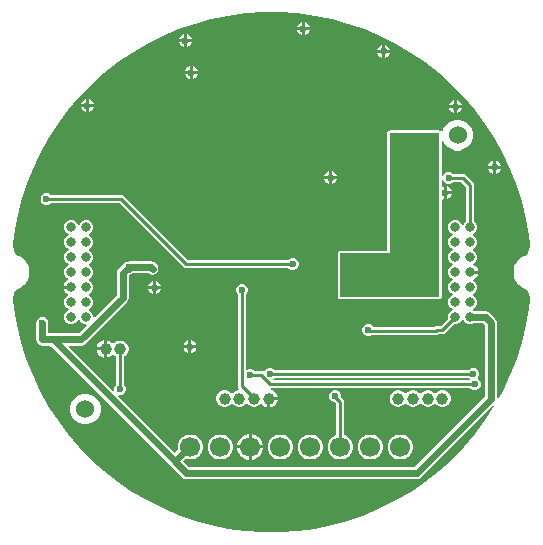
<source format=gbl>
G04*
G04 #@! TF.GenerationSoftware,Altium Limited,Altium Designer,24.5.2 (23)*
G04*
G04 Layer_Physical_Order=2*
G04 Layer_Color=16711680*
%FSLAX25Y25*%
%MOIN*%
G70*
G04*
G04 #@! TF.SameCoordinates,7B9D950A-14CE-42BF-A02F-5B63482B5899*
G04*
G04*
G04 #@! TF.FilePolarity,Positive*
G04*
G01*
G75*
%ADD11C,0.02362*%
%ADD14C,0.01000*%
%ADD40C,0.03937*%
%ADD46C,0.06000*%
%ADD47C,0.03150*%
%ADD48C,0.06693*%
%ADD49C,0.02362*%
G36*
X-116341Y-39753D02*
X-110625Y-40519D01*
X-104973Y-41662D01*
X-99410Y-43180D01*
X-93960Y-45063D01*
X-88647Y-47305D01*
X-83495Y-49895D01*
X-78527Y-52823D01*
X-73764Y-56074D01*
X-69228Y-59634D01*
X-64939Y-63489D01*
X-60916Y-67620D01*
X-57176Y-72009D01*
X-53737Y-76638D01*
X-50613Y-81485D01*
X-47818Y-86529D01*
X-45365Y-91747D01*
X-43264Y-97118D01*
X-41526Y-102616D01*
X-40156Y-108217D01*
X-39162Y-113898D01*
X-38856Y-116764D01*
X-38791Y-117363D01*
X-39027Y-118543D01*
X-39603Y-119599D01*
X-40470Y-120434D01*
X-41008Y-120704D01*
X-41482Y-120970D01*
X-42349Y-121627D01*
X-43081Y-122432D01*
X-43652Y-123357D01*
X-44044Y-124371D01*
X-44244Y-125441D01*
Y-126528D01*
X-44044Y-127597D01*
X-43652Y-128612D01*
X-43081Y-129537D01*
X-42349Y-130342D01*
X-41482Y-130999D01*
X-41008Y-131265D01*
X-40470Y-131534D01*
X-39603Y-132370D01*
X-39027Y-133426D01*
X-38791Y-134606D01*
X-38856Y-135204D01*
X-39162Y-138071D01*
X-40156Y-143751D01*
X-41526Y-149353D01*
X-43264Y-154851D01*
X-45365Y-160221D01*
X-47818Y-165440D01*
X-49242Y-168010D01*
X-49742Y-167881D01*
Y-142913D01*
X-49895Y-142145D01*
X-50330Y-141494D01*
X-52161Y-139664D01*
X-52812Y-139228D01*
X-53580Y-139076D01*
X-57266D01*
X-57360Y-138982D01*
X-57908Y-138755D01*
Y-138214D01*
X-57360Y-137987D01*
X-56695Y-137322D01*
X-56336Y-136454D01*
Y-135514D01*
X-56695Y-134646D01*
X-57360Y-133982D01*
X-57908Y-133755D01*
Y-133214D01*
X-57360Y-132987D01*
X-56695Y-132322D01*
X-56336Y-131454D01*
Y-130514D01*
X-56695Y-129646D01*
X-57360Y-128982D01*
X-57613Y-128877D01*
X-57658Y-128637D01*
X-57618Y-128334D01*
X-57117Y-128045D01*
X-56638Y-127565D01*
X-56299Y-126978D01*
X-56166Y-126484D01*
X-58698D01*
Y-125484D01*
X-56166D01*
X-56299Y-124990D01*
X-56638Y-124403D01*
X-57117Y-123924D01*
X-57618Y-123635D01*
X-57658Y-123332D01*
X-57613Y-123092D01*
X-57360Y-122987D01*
X-56695Y-122322D01*
X-56336Y-121454D01*
Y-120514D01*
X-56695Y-119646D01*
X-57360Y-118982D01*
X-57908Y-118755D01*
Y-118214D01*
X-57360Y-117987D01*
X-56695Y-117322D01*
X-56336Y-116454D01*
Y-115514D01*
X-56695Y-114646D01*
X-57360Y-113982D01*
X-57908Y-113755D01*
Y-113214D01*
X-57360Y-112987D01*
X-56695Y-112322D01*
X-56336Y-111454D01*
Y-110514D01*
X-56695Y-109646D01*
X-57360Y-108982D01*
X-57385Y-108971D01*
Y-96988D01*
X-57485Y-96486D01*
X-57770Y-96060D01*
X-60270Y-93560D01*
X-60696Y-93275D01*
X-61198Y-93176D01*
X-64451D01*
X-64807Y-92819D01*
X-65531Y-92520D01*
X-66314D01*
X-67038Y-92819D01*
X-67591Y-93373D01*
X-67769Y-93803D01*
X-68269Y-93703D01*
Y-82243D01*
X-67769Y-82177D01*
X-67739Y-82290D01*
X-67065Y-83457D01*
X-66112Y-84410D01*
X-64945Y-85084D01*
X-63643Y-85433D01*
X-62296D01*
X-60994Y-85084D01*
X-59827Y-84410D01*
X-58874Y-83457D01*
X-58200Y-82290D01*
X-57851Y-80989D01*
Y-79641D01*
X-58200Y-78339D01*
X-58874Y-77172D01*
X-59827Y-76219D01*
X-60994Y-75545D01*
X-62296Y-75197D01*
X-63643D01*
X-64945Y-75545D01*
X-66112Y-76219D01*
X-67065Y-77172D01*
X-67739Y-78339D01*
X-67909Y-78973D01*
X-68446Y-79047D01*
X-68504Y-78960D01*
X-68765Y-78786D01*
X-69072Y-78725D01*
X-85608Y-78725D01*
X-85915Y-78786D01*
X-86175Y-78960D01*
X-86349Y-79220D01*
X-86410Y-79528D01*
Y-100000D01*
Y-118882D01*
X-102143D01*
X-102450Y-118943D01*
X-102711Y-119117D01*
X-102885Y-119378D01*
X-102946Y-119685D01*
Y-134252D01*
X-102885Y-134559D01*
X-102711Y-134820D01*
X-102450Y-134994D01*
X-102143Y-135055D01*
X-69072D01*
X-68765Y-134994D01*
X-68504Y-134820D01*
X-68330Y-134559D01*
X-68269Y-134252D01*
Y-101836D01*
X-67853Y-101558D01*
X-67604Y-101662D01*
Y-99508D01*
Y-97354D01*
X-67853Y-97458D01*
X-68269Y-97180D01*
Y-95273D01*
X-67769Y-95174D01*
X-67591Y-95603D01*
X-67038Y-96157D01*
X-66314Y-96457D01*
X-65531D01*
X-64807Y-96157D01*
X-64451Y-95801D01*
X-61742D01*
X-60011Y-97532D01*
Y-108971D01*
X-60036Y-108982D01*
X-60701Y-109646D01*
X-60927Y-110194D01*
X-61469D01*
X-61695Y-109646D01*
X-62360Y-108982D01*
X-63228Y-108622D01*
X-64168D01*
X-65036Y-108982D01*
X-65701Y-109646D01*
X-66060Y-110514D01*
Y-111454D01*
X-65701Y-112322D01*
X-65036Y-112987D01*
X-64489Y-113214D01*
Y-113755D01*
X-65036Y-113982D01*
X-65701Y-114646D01*
X-66060Y-115514D01*
Y-116454D01*
X-65701Y-117322D01*
X-65036Y-117987D01*
X-64489Y-118214D01*
Y-118755D01*
X-65036Y-118982D01*
X-65701Y-119646D01*
X-66060Y-120514D01*
Y-121454D01*
X-65701Y-122322D01*
X-65036Y-122987D01*
X-64489Y-123214D01*
Y-123755D01*
X-65036Y-123982D01*
X-65701Y-124646D01*
X-66060Y-125514D01*
Y-126454D01*
X-65701Y-127322D01*
X-65036Y-127987D01*
X-64489Y-128214D01*
Y-128755D01*
X-65036Y-128982D01*
X-65701Y-129646D01*
X-66060Y-130514D01*
Y-131454D01*
X-65701Y-132322D01*
X-65036Y-132987D01*
X-64489Y-133214D01*
Y-133755D01*
X-65036Y-133982D01*
X-65701Y-134646D01*
X-66060Y-135514D01*
Y-136454D01*
X-65701Y-137322D01*
X-65036Y-137987D01*
X-64489Y-138214D01*
Y-138755D01*
X-65036Y-138982D01*
X-65701Y-139646D01*
X-66060Y-140514D01*
Y-141454D01*
X-66050Y-141480D01*
X-68533Y-143963D01*
X-69859D01*
X-70362Y-144063D01*
X-70788Y-144348D01*
X-70797Y-144357D01*
X-90944D01*
X-91025Y-144160D01*
X-91579Y-143607D01*
X-92303Y-143307D01*
X-93086D01*
X-93809Y-143607D01*
X-94363Y-144160D01*
X-94663Y-144884D01*
Y-145667D01*
X-94363Y-146391D01*
X-93809Y-146944D01*
X-93086Y-147244D01*
X-92303D01*
X-91591Y-146949D01*
X-91427Y-146982D01*
X-70253D01*
X-69751Y-146882D01*
X-69325Y-146598D01*
X-69316Y-146588D01*
X-67989D01*
X-67487Y-146488D01*
X-67061Y-146204D01*
X-64193Y-143336D01*
X-64168Y-143347D01*
X-63228D01*
X-62360Y-142987D01*
X-61695Y-142322D01*
X-61469Y-141775D01*
X-60927D01*
X-60701Y-142322D01*
X-60036Y-142987D01*
X-59168Y-143347D01*
X-58228D01*
X-57608Y-143090D01*
X-54411D01*
X-53756Y-143745D01*
Y-167279D01*
X-77384Y-190906D01*
X-152493D01*
X-154423Y-188976D01*
X-153582Y-188136D01*
X-152648Y-188386D01*
X-151559D01*
X-150508Y-188104D01*
X-149565Y-187560D01*
X-148796Y-186790D01*
X-148251Y-185848D01*
X-147970Y-184796D01*
Y-183708D01*
X-148251Y-182656D01*
X-148796Y-181714D01*
X-149565Y-180944D01*
X-150508Y-180400D01*
X-151559Y-180118D01*
X-152648D01*
X-153699Y-180400D01*
X-154642Y-180944D01*
X-155412Y-181714D01*
X-155956Y-182656D01*
X-156237Y-183708D01*
Y-184796D01*
X-156170Y-185047D01*
X-157261Y-186138D01*
X-176046Y-167353D01*
X-175763Y-166929D01*
X-174980D01*
X-174256Y-166630D01*
X-173703Y-166076D01*
X-173403Y-165352D01*
Y-164569D01*
X-173703Y-163846D01*
X-174059Y-163489D01*
Y-153999D01*
X-173679Y-153780D01*
X-173166Y-153267D01*
X-172803Y-152639D01*
X-172615Y-151938D01*
Y-151212D01*
X-172803Y-150511D01*
X-173166Y-149883D01*
X-173679Y-149370D01*
X-174308Y-149007D01*
X-175008Y-148819D01*
X-175734D01*
X-176435Y-149007D01*
X-177064Y-149370D01*
X-177379Y-149685D01*
X-177843Y-149743D01*
X-178019Y-149650D01*
X-178470Y-149199D01*
X-179147Y-148809D01*
X-179793Y-148636D01*
Y-151575D01*
Y-154514D01*
X-179147Y-154341D01*
X-178470Y-153950D01*
X-178019Y-153500D01*
X-177843Y-153407D01*
X-177379Y-153465D01*
X-177064Y-153780D01*
X-176684Y-153999D01*
Y-163489D01*
X-177040Y-163846D01*
X-177340Y-164569D01*
Y-165352D01*
X-177764Y-165635D01*
X-192505Y-150894D01*
X-192314Y-150432D01*
X-188363D01*
X-187595Y-150279D01*
X-186944Y-149844D01*
X-173165Y-136065D01*
X-172730Y-135414D01*
X-172577Y-134646D01*
Y-127209D01*
X-172069Y-126702D01*
X-171847Y-126657D01*
X-171487Y-126417D01*
X-165806D01*
X-165750Y-126472D01*
X-165568Y-126548D01*
X-165403Y-126657D01*
X-165209Y-126696D01*
X-165027Y-126772D01*
X-164829D01*
X-164635Y-126810D01*
X-164441Y-126772D01*
X-164244D01*
X-164061Y-126696D01*
X-163867Y-126657D01*
X-163703Y-126548D01*
X-163520Y-126472D01*
X-163380Y-126332D01*
X-163216Y-126222D01*
X-163106Y-126058D01*
X-162966Y-125918D01*
X-162891Y-125736D01*
X-162781Y-125571D01*
X-162742Y-125377D01*
X-162667Y-125195D01*
Y-124997D01*
X-162628Y-124803D01*
X-162667Y-124609D01*
Y-124412D01*
X-162742Y-124229D01*
X-162781Y-124035D01*
X-162891Y-123871D01*
X-162966Y-123688D01*
X-163106Y-123548D01*
X-163216Y-123384D01*
X-163610Y-122990D01*
X-164261Y-122555D01*
X-165029Y-122402D01*
X-172615D01*
X-172809Y-122441D01*
X-173007D01*
X-173190Y-122517D01*
X-173383Y-122555D01*
X-173548Y-122665D01*
X-173731Y-122741D01*
X-173870Y-122880D01*
X-174035Y-122990D01*
X-174144Y-123155D01*
X-174264Y-123274D01*
X-174428Y-123384D01*
X-176003Y-124959D01*
X-176438Y-125610D01*
X-176591Y-126378D01*
Y-133814D01*
X-183867Y-141091D01*
X-184367Y-140884D01*
Y-140514D01*
X-184727Y-139646D01*
X-185391Y-138982D01*
X-185939Y-138755D01*
Y-138214D01*
X-185391Y-137987D01*
X-184727Y-137322D01*
X-184367Y-136454D01*
Y-135514D01*
X-184727Y-134646D01*
X-185391Y-133982D01*
X-185939Y-133755D01*
Y-133214D01*
X-185391Y-132987D01*
X-184727Y-132322D01*
X-184367Y-131454D01*
Y-130514D01*
X-184727Y-129646D01*
X-185391Y-128982D01*
X-185939Y-128755D01*
Y-128214D01*
X-185391Y-127987D01*
X-184727Y-127322D01*
X-184367Y-126454D01*
Y-125514D01*
X-184727Y-124646D01*
X-185391Y-123982D01*
X-185939Y-123755D01*
Y-123214D01*
X-185391Y-122987D01*
X-184727Y-122322D01*
X-184367Y-121454D01*
Y-120514D01*
X-184727Y-119646D01*
X-185391Y-118982D01*
X-185939Y-118755D01*
Y-118214D01*
X-185391Y-117987D01*
X-184727Y-117322D01*
X-184367Y-116454D01*
Y-115514D01*
X-184727Y-114646D01*
X-185391Y-113982D01*
X-185939Y-113755D01*
Y-113214D01*
X-185391Y-112987D01*
X-184727Y-112322D01*
X-184367Y-111454D01*
Y-110514D01*
X-184727Y-109646D01*
X-185391Y-108982D01*
X-186260Y-108622D01*
X-187199D01*
X-188068Y-108982D01*
X-188732Y-109646D01*
X-188959Y-110194D01*
X-189500D01*
X-189727Y-109646D01*
X-190392Y-108982D01*
X-191260Y-108622D01*
X-192200D01*
X-193068Y-108982D01*
X-193732Y-109646D01*
X-194092Y-110514D01*
Y-111454D01*
X-193732Y-112322D01*
X-193068Y-112987D01*
X-192520Y-113214D01*
Y-113755D01*
X-193068Y-113982D01*
X-193732Y-114646D01*
X-194092Y-115514D01*
Y-116454D01*
X-193732Y-117322D01*
X-193068Y-117987D01*
X-192520Y-118214D01*
Y-118755D01*
X-193068Y-118982D01*
X-193732Y-119646D01*
X-194092Y-120514D01*
Y-121454D01*
X-193732Y-122322D01*
X-193068Y-122987D01*
X-192520Y-123214D01*
Y-123755D01*
X-193068Y-123982D01*
X-193732Y-124646D01*
X-194092Y-125514D01*
Y-126454D01*
X-193732Y-127322D01*
X-193068Y-127987D01*
X-192815Y-128092D01*
X-192770Y-128332D01*
X-192810Y-128635D01*
X-193311Y-128924D01*
X-193790Y-129403D01*
X-194129Y-129990D01*
X-194261Y-130484D01*
X-191730D01*
Y-131484D01*
X-194261D01*
X-194129Y-131978D01*
X-193790Y-132565D01*
X-193311Y-133045D01*
X-192810Y-133334D01*
X-192770Y-133636D01*
X-192815Y-133877D01*
X-193068Y-133982D01*
X-193732Y-134646D01*
X-194092Y-135514D01*
Y-136454D01*
X-193732Y-137322D01*
X-193068Y-137987D01*
X-192520Y-138214D01*
Y-138755D01*
X-193068Y-138982D01*
X-193732Y-139646D01*
X-194092Y-140514D01*
Y-141454D01*
X-193732Y-142322D01*
X-193068Y-142987D01*
X-192200Y-143347D01*
X-191260D01*
X-190392Y-142987D01*
X-189727Y-142322D01*
X-189500Y-141775D01*
X-188959D01*
X-188732Y-142322D01*
X-188068Y-142987D01*
X-187199Y-143347D01*
X-186830D01*
X-186623Y-143846D01*
X-189195Y-146418D01*
X-199348D01*
Y-142913D01*
X-199387Y-142719D01*
Y-142522D01*
X-199463Y-142339D01*
X-199501Y-142145D01*
X-199611Y-141981D01*
X-199687Y-141798D01*
X-199827Y-141658D01*
X-199936Y-141494D01*
X-200101Y-141384D01*
X-200240Y-141245D01*
X-200423Y-141169D01*
X-200588Y-141059D01*
X-200781Y-141021D01*
X-200964Y-140945D01*
X-201162D01*
X-201356Y-140906D01*
X-201550Y-140945D01*
X-201747D01*
X-201930Y-141021D01*
X-202124Y-141059D01*
X-202288Y-141169D01*
X-202471Y-141245D01*
X-202610Y-141384D01*
X-202775Y-141494D01*
X-202885Y-141658D01*
X-203024Y-141798D01*
X-203100Y-141981D01*
X-203210Y-142145D01*
X-203248Y-142339D01*
X-203324Y-142522D01*
Y-142719D01*
X-203363Y-142913D01*
Y-148425D01*
X-203210Y-149193D01*
X-202775Y-149844D01*
X-202124Y-150279D01*
X-201356Y-150432D01*
X-198644D01*
X-158680Y-190396D01*
X-154743Y-194333D01*
X-154092Y-194768D01*
X-153324Y-194921D01*
X-76552D01*
X-75784Y-194768D01*
X-75133Y-194333D01*
X-51069Y-170268D01*
X-50677Y-170584D01*
X-53737Y-175331D01*
X-57176Y-179959D01*
X-60916Y-184349D01*
X-64939Y-188480D01*
X-69228Y-192334D01*
X-73764Y-195895D01*
X-78527Y-199146D01*
X-83495Y-202073D01*
X-88647Y-204663D01*
X-93960Y-206905D01*
X-99410Y-208789D01*
X-104973Y-210306D01*
X-110625Y-211450D01*
X-116341Y-212215D01*
X-122094Y-212598D01*
X-127861Y-212598D01*
X-133615Y-212215D01*
X-139330Y-211450D01*
X-144982Y-210306D01*
X-150545Y-208789D01*
X-155996Y-206905D01*
X-161308Y-204663D01*
X-166460Y-202073D01*
X-171429Y-199146D01*
X-176191Y-195895D01*
X-180727Y-192334D01*
X-185016Y-188480D01*
X-189039Y-184349D01*
X-192779Y-179959D01*
X-196218Y-175331D01*
X-199342Y-170484D01*
X-202137Y-165440D01*
X-204590Y-160221D01*
X-206691Y-154851D01*
X-208430Y-149353D01*
X-209799Y-143751D01*
X-210793Y-138071D01*
X-211100Y-135204D01*
X-211164Y-134606D01*
X-210929Y-133426D01*
X-210352Y-132370D01*
X-209486Y-131534D01*
X-208948Y-131265D01*
X-208473Y-130999D01*
X-207606Y-130342D01*
X-206874Y-129537D01*
X-206303Y-128612D01*
X-205911Y-127597D01*
X-205711Y-126528D01*
Y-125441D01*
X-205911Y-124371D01*
X-206303Y-123357D01*
X-206874Y-122432D01*
X-207606Y-121627D01*
X-208473Y-120970D01*
X-208948Y-120704D01*
X-209486Y-120434D01*
X-210352Y-119599D01*
X-210929Y-118543D01*
X-211164Y-117363D01*
X-211100Y-116764D01*
X-210793Y-113898D01*
X-209799Y-108217D01*
X-208430Y-102616D01*
X-206691Y-97118D01*
X-204590Y-91747D01*
X-202137Y-86529D01*
X-199342Y-81485D01*
X-196218Y-76638D01*
X-192779Y-72009D01*
X-189039Y-67620D01*
X-185016Y-63489D01*
X-180727Y-59634D01*
X-176191Y-56074D01*
X-171429Y-52823D01*
X-166460Y-49895D01*
X-161308Y-47305D01*
X-155996Y-45063D01*
X-150545Y-43180D01*
X-144982Y-41662D01*
X-139330Y-40519D01*
X-133615Y-39753D01*
X-127861Y-39370D01*
X-122094D01*
X-116341Y-39753D01*
D02*
G37*
G36*
X-69072Y-134252D02*
X-102143D01*
Y-119685D01*
X-85608D01*
Y-100000D01*
Y-79528D01*
X-69072Y-79528D01*
Y-134252D01*
D02*
G37*
%LPC*%
G36*
X-113848Y-42728D02*
Y-44382D01*
X-112194D01*
X-112499Y-43646D01*
X-113112Y-43033D01*
X-113848Y-42728D01*
D02*
G37*
G36*
X-114848D02*
X-115583Y-43033D01*
X-116197Y-43646D01*
X-116501Y-44382D01*
X-114848D01*
Y-42728D01*
D02*
G37*
G36*
X-112194Y-45382D02*
X-113848D01*
Y-47036D01*
X-113112Y-46731D01*
X-112499Y-46117D01*
X-112194Y-45382D01*
D02*
G37*
G36*
X-114848D02*
X-116501D01*
X-116197Y-46117D01*
X-115583Y-46731D01*
X-114848Y-47036D01*
Y-45382D01*
D02*
G37*
G36*
X-153218Y-46665D02*
Y-48319D01*
X-151564D01*
X-151869Y-47583D01*
X-152482Y-46970D01*
X-153218Y-46665D01*
D02*
G37*
G36*
X-154218D02*
X-154953Y-46970D01*
X-155567Y-47583D01*
X-155871Y-48319D01*
X-154218D01*
Y-46665D01*
D02*
G37*
G36*
X-151564Y-49319D02*
X-153218D01*
Y-50973D01*
X-152482Y-50668D01*
X-151869Y-50054D01*
X-151564Y-49319D01*
D02*
G37*
G36*
X-154218D02*
X-155871D01*
X-155567Y-50054D01*
X-154953Y-50668D01*
X-154218Y-50973D01*
Y-49319D01*
D02*
G37*
G36*
X-87076Y-50208D02*
Y-51862D01*
X-85422D01*
X-85727Y-51127D01*
X-86341Y-50513D01*
X-87076Y-50208D01*
D02*
G37*
G36*
X-88076D02*
X-88811Y-50513D01*
X-89425Y-51127D01*
X-89730Y-51862D01*
X-88076D01*
Y-50208D01*
D02*
G37*
G36*
X-85422Y-52862D02*
X-87076D01*
Y-54516D01*
X-86341Y-54211D01*
X-85727Y-53598D01*
X-85422Y-52862D01*
D02*
G37*
G36*
X-88076D02*
X-89730D01*
X-89425Y-53598D01*
X-88811Y-54211D01*
X-88076Y-54516D01*
Y-52862D01*
D02*
G37*
G36*
X-151249Y-57295D02*
Y-58949D01*
X-149596D01*
X-149900Y-58213D01*
X-150514Y-57600D01*
X-151249Y-57295D01*
D02*
G37*
G36*
X-152249D02*
X-152985Y-57600D01*
X-153598Y-58213D01*
X-153903Y-58949D01*
X-152249D01*
Y-57295D01*
D02*
G37*
G36*
X-149596Y-59949D02*
X-151249D01*
Y-61602D01*
X-150514Y-61298D01*
X-149900Y-60684D01*
X-149596Y-59949D01*
D02*
G37*
G36*
X-152249D02*
X-153903D01*
X-153598Y-60684D01*
X-152985Y-61298D01*
X-152249Y-61602D01*
Y-59949D01*
D02*
G37*
G36*
X-185895Y-68319D02*
Y-69972D01*
X-184241D01*
X-184546Y-69237D01*
X-185160Y-68623D01*
X-185895Y-68319D01*
D02*
G37*
G36*
X-186895D02*
X-187630Y-68623D01*
X-188244Y-69237D01*
X-188549Y-69972D01*
X-186895D01*
Y-68319D01*
D02*
G37*
G36*
X-63060Y-68713D02*
Y-70366D01*
X-61407D01*
X-61711Y-69631D01*
X-62325Y-69017D01*
X-63060Y-68713D01*
D02*
G37*
G36*
X-64060D02*
X-64796Y-69017D01*
X-65409Y-69631D01*
X-65714Y-70366D01*
X-64060D01*
Y-68713D01*
D02*
G37*
G36*
X-184241Y-70973D02*
X-185895D01*
Y-72626D01*
X-185160Y-72321D01*
X-184546Y-71708D01*
X-184241Y-70973D01*
D02*
G37*
G36*
X-186895D02*
X-188549D01*
X-188244Y-71708D01*
X-187630Y-72321D01*
X-186895Y-72626D01*
Y-70973D01*
D02*
G37*
G36*
X-61407Y-71366D02*
X-63060D01*
Y-73020D01*
X-62325Y-72715D01*
X-61711Y-72102D01*
X-61407Y-71366D01*
D02*
G37*
G36*
X-64060D02*
X-65714D01*
X-65409Y-72102D01*
X-64796Y-72715D01*
X-64060Y-73020D01*
Y-71366D01*
D02*
G37*
G36*
X-50068Y-88791D02*
Y-90445D01*
X-48414D01*
X-48719Y-89709D01*
X-49333Y-89096D01*
X-50068Y-88791D01*
D02*
G37*
G36*
X-51068D02*
X-51804Y-89096D01*
X-52417Y-89709D01*
X-52722Y-90445D01*
X-51068D01*
Y-88791D01*
D02*
G37*
G36*
X-48414Y-91445D02*
X-50068D01*
Y-93099D01*
X-49333Y-92794D01*
X-48719Y-92180D01*
X-48414Y-91445D01*
D02*
G37*
G36*
X-51068D02*
X-52722D01*
X-52417Y-92180D01*
X-51804Y-92794D01*
X-51068Y-93099D01*
Y-91445D01*
D02*
G37*
G36*
X-104793Y-92335D02*
Y-93988D01*
X-103139D01*
X-103444Y-93253D01*
X-104057Y-92639D01*
X-104793Y-92335D01*
D02*
G37*
G36*
X-105793D02*
X-106528Y-92639D01*
X-107142Y-93253D01*
X-107446Y-93988D01*
X-105793D01*
Y-92335D01*
D02*
G37*
G36*
X-103139Y-94988D02*
X-104793D01*
Y-96642D01*
X-104057Y-96337D01*
X-103444Y-95724D01*
X-103139Y-94988D01*
D02*
G37*
G36*
X-105793D02*
X-107446D01*
X-107142Y-95724D01*
X-106528Y-96337D01*
X-105793Y-96642D01*
Y-94988D01*
D02*
G37*
G36*
X-66604Y-97354D02*
Y-99008D01*
X-64950D01*
X-65255Y-98272D01*
X-65868Y-97659D01*
X-66604Y-97354D01*
D02*
G37*
G36*
X-64950Y-100008D02*
X-66604D01*
Y-101662D01*
X-65868Y-101357D01*
X-65255Y-100743D01*
X-64950Y-100008D01*
D02*
G37*
G36*
X-199608Y-99606D02*
X-200392D01*
X-201115Y-99906D01*
X-201669Y-100460D01*
X-201969Y-101183D01*
Y-101966D01*
X-201669Y-102690D01*
X-201115Y-103244D01*
X-200392Y-103543D01*
X-199608D01*
X-198885Y-103244D01*
X-198529Y-102887D01*
X-175521D01*
X-154252Y-124156D01*
X-153826Y-124441D01*
X-153324Y-124541D01*
X-119362D01*
X-119006Y-124897D01*
X-118283Y-125197D01*
X-117499D01*
X-116776Y-124897D01*
X-116222Y-124343D01*
X-115922Y-123620D01*
Y-122837D01*
X-116222Y-122113D01*
X-116776Y-121560D01*
X-117499Y-121260D01*
X-118283D01*
X-119006Y-121560D01*
X-119362Y-121916D01*
X-152780D01*
X-174049Y-100647D01*
X-174475Y-100362D01*
X-174978Y-100262D01*
X-198529D01*
X-198885Y-99906D01*
X-199608Y-99606D01*
D02*
G37*
G36*
X-163454Y-128949D02*
Y-130602D01*
X-161800D01*
X-162105Y-129867D01*
X-162718Y-129253D01*
X-163454Y-128949D01*
D02*
G37*
G36*
X-164454D02*
X-165190Y-129253D01*
X-165803Y-129867D01*
X-166108Y-130602D01*
X-164454D01*
Y-128949D01*
D02*
G37*
G36*
X-161800Y-131602D02*
X-163454D01*
Y-133256D01*
X-162718Y-132951D01*
X-162105Y-132338D01*
X-161800Y-131602D01*
D02*
G37*
G36*
X-164454D02*
X-166108D01*
X-165803Y-132338D01*
X-165190Y-132951D01*
X-164454Y-133256D01*
Y-131602D01*
D02*
G37*
G36*
X-151643Y-148634D02*
Y-150287D01*
X-149989D01*
X-150294Y-149552D01*
X-150908Y-148938D01*
X-151643Y-148634D01*
D02*
G37*
G36*
X-152643D02*
X-153378Y-148938D01*
X-153992Y-149552D01*
X-154297Y-150287D01*
X-152643D01*
Y-148634D01*
D02*
G37*
G36*
X-180793Y-148636D02*
X-181438Y-148809D01*
X-182115Y-149199D01*
X-182668Y-149752D01*
X-183059Y-150429D01*
X-183232Y-151075D01*
X-180793D01*
Y-148636D01*
D02*
G37*
G36*
X-149989Y-151287D02*
X-151643D01*
Y-152941D01*
X-150908Y-152637D01*
X-150294Y-152023D01*
X-149989Y-151287D01*
D02*
G37*
G36*
X-152643D02*
X-154297D01*
X-153992Y-152023D01*
X-153378Y-152637D01*
X-152643Y-152941D01*
Y-151287D01*
D02*
G37*
G36*
X-180793Y-152075D02*
X-183232D01*
X-183059Y-152721D01*
X-182668Y-153398D01*
X-182115Y-153950D01*
X-181438Y-154341D01*
X-180793Y-154514D01*
Y-152075D01*
D02*
G37*
G36*
X-134429Y-129921D02*
X-135212D01*
X-135935Y-130221D01*
X-136489Y-130775D01*
X-136789Y-131498D01*
Y-132281D01*
X-136489Y-133005D01*
X-136133Y-133361D01*
Y-164075D01*
X-136033Y-164577D01*
X-135848Y-164854D01*
X-136054Y-165354D01*
X-136069D01*
X-136770Y-165542D01*
X-137398Y-165905D01*
X-137869Y-166376D01*
X-138115Y-166427D01*
X-138218D01*
X-138464Y-166376D01*
X-138935Y-165905D01*
X-139564Y-165542D01*
X-140264Y-165354D01*
X-140990D01*
X-141691Y-165542D01*
X-142319Y-165905D01*
X-142833Y-166418D01*
X-143195Y-167046D01*
X-143383Y-167747D01*
Y-168473D01*
X-143195Y-169174D01*
X-142833Y-169802D01*
X-142319Y-170316D01*
X-141691Y-170678D01*
X-140990Y-170866D01*
X-140264D01*
X-139564Y-170678D01*
X-138935Y-170316D01*
X-138464Y-169845D01*
X-138218Y-169793D01*
X-138115D01*
X-137869Y-169845D01*
X-137398Y-170316D01*
X-136770Y-170678D01*
X-136069Y-170866D01*
X-135343D01*
X-134642Y-170678D01*
X-134014Y-170316D01*
X-133543Y-169845D01*
X-133297Y-169793D01*
X-133194D01*
X-132948Y-169845D01*
X-132477Y-170316D01*
X-131849Y-170678D01*
X-131148Y-170866D01*
X-130422D01*
X-129721Y-170678D01*
X-129093Y-170316D01*
X-128777Y-170000D01*
X-128313Y-169942D01*
X-128137Y-170035D01*
X-127686Y-170486D01*
X-127009Y-170877D01*
X-126364Y-171049D01*
Y-168110D01*
X-125864D01*
Y-167610D01*
X-122924D01*
X-123097Y-166964D01*
X-123488Y-166288D01*
X-124041Y-165735D01*
X-124718Y-165344D01*
X-125172Y-165222D01*
X-125261Y-165199D01*
X-125195Y-164699D01*
X-125107Y-164699D01*
X-58732D01*
X-58376Y-165055D01*
X-57653Y-165354D01*
X-56870D01*
X-56146Y-165055D01*
X-55592Y-164501D01*
X-55293Y-163777D01*
Y-162994D01*
X-55592Y-162271D01*
X-56146Y-161717D01*
X-56187Y-161159D01*
X-55986Y-160958D01*
X-55686Y-160234D01*
Y-159451D01*
X-55986Y-158728D01*
X-56540Y-158174D01*
X-57263Y-157874D01*
X-58046D01*
X-58770Y-158174D01*
X-59126Y-158530D01*
X-123900D01*
X-124256Y-158174D01*
X-124980Y-157874D01*
X-125763D01*
X-126486Y-158174D01*
X-127040Y-158728D01*
X-127150Y-158992D01*
X-127215Y-159045D01*
X-127761Y-159161D01*
X-127966Y-159024D01*
X-128469Y-158924D01*
X-130593D01*
X-130949Y-158567D01*
X-131673Y-158268D01*
X-132456D01*
X-133008Y-158496D01*
X-133508Y-158242D01*
Y-133361D01*
X-133151Y-133005D01*
X-132852Y-132281D01*
Y-131498D01*
X-133151Y-130775D01*
X-133705Y-130221D01*
X-134429Y-129921D01*
D02*
G37*
G36*
X-72548Y-165354D02*
X-73273D01*
X-73974Y-165542D01*
X-74603Y-165905D01*
X-75074Y-166376D01*
X-75320Y-166427D01*
X-75423D01*
X-75669Y-166376D01*
X-76140Y-165905D01*
X-76768Y-165542D01*
X-77469Y-165354D01*
X-78195D01*
X-78896Y-165542D01*
X-79524Y-165905D01*
X-79995Y-166376D01*
X-80241Y-166427D01*
X-80344D01*
X-80590Y-166376D01*
X-81061Y-165905D01*
X-81690Y-165542D01*
X-82390Y-165354D01*
X-83116D01*
X-83817Y-165542D01*
X-84445Y-165905D01*
X-84958Y-166418D01*
X-85321Y-167046D01*
X-85509Y-167747D01*
Y-168473D01*
X-85321Y-169174D01*
X-84958Y-169802D01*
X-84445Y-170316D01*
X-83817Y-170678D01*
X-83116Y-170866D01*
X-82390D01*
X-81690Y-170678D01*
X-81061Y-170316D01*
X-80590Y-169845D01*
X-80344Y-169793D01*
X-80241D01*
X-79995Y-169845D01*
X-79524Y-170316D01*
X-78896Y-170678D01*
X-78195Y-170866D01*
X-77469D01*
X-76768Y-170678D01*
X-76140Y-170316D01*
X-75669Y-169845D01*
X-75423Y-169793D01*
X-75320D01*
X-75074Y-169845D01*
X-74603Y-170316D01*
X-73974Y-170678D01*
X-73273Y-170866D01*
X-72548D01*
X-71847Y-170678D01*
X-71219Y-170316D01*
X-70748Y-169845D01*
X-70502Y-169793D01*
X-70398D01*
X-70152Y-169845D01*
X-69682Y-170316D01*
X-69053Y-170678D01*
X-68352Y-170866D01*
X-67627D01*
X-66926Y-170678D01*
X-66297Y-170316D01*
X-65784Y-169802D01*
X-65421Y-169174D01*
X-65233Y-168473D01*
Y-167747D01*
X-65421Y-167046D01*
X-65784Y-166418D01*
X-66297Y-165905D01*
X-66926Y-165542D01*
X-67627Y-165354D01*
X-68352D01*
X-69053Y-165542D01*
X-69682Y-165905D01*
X-70152Y-166376D01*
X-70398Y-166427D01*
X-70502D01*
X-70748Y-166376D01*
X-71219Y-165905D01*
X-71847Y-165542D01*
X-72548Y-165354D01*
D02*
G37*
G36*
X-122924Y-168610D02*
X-125364D01*
Y-171049D01*
X-124718Y-170877D01*
X-124041Y-170486D01*
X-123488Y-169933D01*
X-123097Y-169256D01*
X-122924Y-168610D01*
D02*
G37*
G36*
X-186388Y-166521D02*
X-187736D01*
X-189037Y-166870D01*
X-190204Y-167544D01*
X-191157Y-168497D01*
X-191831Y-169664D01*
X-192180Y-170966D01*
Y-172313D01*
X-191831Y-173615D01*
X-191157Y-174782D01*
X-190204Y-175735D01*
X-189037Y-176409D01*
X-187736Y-176758D01*
X-186388D01*
X-185086Y-176409D01*
X-183919Y-175735D01*
X-182966Y-174782D01*
X-182292Y-173615D01*
X-181944Y-172313D01*
Y-170966D01*
X-182292Y-169664D01*
X-182966Y-168497D01*
X-183919Y-167544D01*
X-185086Y-166870D01*
X-186388Y-166521D01*
D02*
G37*
G36*
X-131531Y-179905D02*
X-131604D01*
Y-183752D01*
X-127757D01*
Y-183680D01*
X-128053Y-182574D01*
X-128626Y-181583D01*
X-129435Y-180774D01*
X-130426Y-180202D01*
X-131531Y-179905D01*
D02*
G37*
G36*
X-132604D02*
X-132676D01*
X-133781Y-180202D01*
X-134772Y-180774D01*
X-135582Y-181583D01*
X-136154Y-182574D01*
X-136450Y-183680D01*
Y-183752D01*
X-132604D01*
Y-179905D01*
D02*
G37*
G36*
X-81559Y-180118D02*
X-82648D01*
X-83699Y-180400D01*
X-84642Y-180944D01*
X-85412Y-181714D01*
X-85956Y-182656D01*
X-86238Y-183708D01*
Y-184796D01*
X-85956Y-185848D01*
X-85412Y-186790D01*
X-84642Y-187560D01*
X-83699Y-188104D01*
X-82648Y-188386D01*
X-81559D01*
X-80508Y-188104D01*
X-79565Y-187560D01*
X-78796Y-186790D01*
X-78251Y-185848D01*
X-77970Y-184796D01*
Y-183708D01*
X-78251Y-182656D01*
X-78796Y-181714D01*
X-79565Y-180944D01*
X-80508Y-180400D01*
X-81559Y-180118D01*
D02*
G37*
G36*
X-91559D02*
X-92648D01*
X-93699Y-180400D01*
X-94642Y-180944D01*
X-95411Y-181714D01*
X-95956Y-182656D01*
X-96237Y-183708D01*
Y-184796D01*
X-95956Y-185848D01*
X-95411Y-186790D01*
X-94642Y-187560D01*
X-93699Y-188104D01*
X-92648Y-188386D01*
X-91559D01*
X-90508Y-188104D01*
X-89565Y-187560D01*
X-88796Y-186790D01*
X-88252Y-185848D01*
X-87970Y-184796D01*
Y-183708D01*
X-88252Y-182656D01*
X-88796Y-181714D01*
X-89565Y-180944D01*
X-90508Y-180400D01*
X-91559Y-180118D01*
D02*
G37*
G36*
X-103326Y-165354D02*
X-104109D01*
X-104833Y-165654D01*
X-105387Y-166208D01*
X-105686Y-166931D01*
Y-167714D01*
X-105387Y-168438D01*
X-104833Y-168992D01*
X-104109Y-169291D01*
X-103974D01*
X-103416Y-169849D01*
Y-180324D01*
X-103699Y-180400D01*
X-104642Y-180944D01*
X-105412Y-181714D01*
X-105956Y-182656D01*
X-106237Y-183708D01*
Y-184796D01*
X-105956Y-185848D01*
X-105412Y-186790D01*
X-104642Y-187560D01*
X-103699Y-188104D01*
X-102648Y-188386D01*
X-101559D01*
X-100508Y-188104D01*
X-99565Y-187560D01*
X-98796Y-186790D01*
X-98251Y-185848D01*
X-97970Y-184796D01*
Y-183708D01*
X-98251Y-182656D01*
X-98796Y-181714D01*
X-99565Y-180944D01*
X-100508Y-180400D01*
X-100791Y-180324D01*
Y-169306D01*
X-100891Y-168803D01*
X-101175Y-168377D01*
X-101775Y-167778D01*
X-101749Y-167714D01*
Y-166931D01*
X-102049Y-166208D01*
X-102603Y-165654D01*
X-103326Y-165354D01*
D02*
G37*
G36*
X-111559Y-180118D02*
X-112648D01*
X-113699Y-180400D01*
X-114642Y-180944D01*
X-115411Y-181714D01*
X-115956Y-182656D01*
X-116237Y-183708D01*
Y-184796D01*
X-115956Y-185848D01*
X-115411Y-186790D01*
X-114642Y-187560D01*
X-113699Y-188104D01*
X-112648Y-188386D01*
X-111559D01*
X-110508Y-188104D01*
X-109565Y-187560D01*
X-108796Y-186790D01*
X-108252Y-185848D01*
X-107970Y-184796D01*
Y-183708D01*
X-108252Y-182656D01*
X-108796Y-181714D01*
X-109565Y-180944D01*
X-110508Y-180400D01*
X-111559Y-180118D01*
D02*
G37*
G36*
X-121559D02*
X-122648D01*
X-123699Y-180400D01*
X-124642Y-180944D01*
X-125411Y-181714D01*
X-125956Y-182656D01*
X-126237Y-183708D01*
Y-184796D01*
X-125956Y-185848D01*
X-125411Y-186790D01*
X-124642Y-187560D01*
X-123699Y-188104D01*
X-122648Y-188386D01*
X-121559D01*
X-120508Y-188104D01*
X-119565Y-187560D01*
X-118796Y-186790D01*
X-118252Y-185848D01*
X-117970Y-184796D01*
Y-183708D01*
X-118252Y-182656D01*
X-118796Y-181714D01*
X-119565Y-180944D01*
X-120508Y-180400D01*
X-121559Y-180118D01*
D02*
G37*
G36*
X-141559D02*
X-142648D01*
X-143699Y-180400D01*
X-144642Y-180944D01*
X-145412Y-181714D01*
X-145956Y-182656D01*
X-146238Y-183708D01*
Y-184796D01*
X-145956Y-185848D01*
X-145412Y-186790D01*
X-144642Y-187560D01*
X-143699Y-188104D01*
X-142648Y-188386D01*
X-141559D01*
X-140508Y-188104D01*
X-139565Y-187560D01*
X-138796Y-186790D01*
X-138251Y-185848D01*
X-137970Y-184796D01*
Y-183708D01*
X-138251Y-182656D01*
X-138796Y-181714D01*
X-139565Y-180944D01*
X-140508Y-180400D01*
X-141559Y-180118D01*
D02*
G37*
G36*
X-127757Y-184752D02*
X-131604D01*
Y-188599D01*
X-131531D01*
X-130426Y-188302D01*
X-129435Y-187730D01*
X-128626Y-186921D01*
X-128053Y-185930D01*
X-127757Y-184824D01*
Y-184752D01*
D02*
G37*
G36*
X-132604D02*
X-136450D01*
Y-184824D01*
X-136154Y-185930D01*
X-135582Y-186921D01*
X-134772Y-187730D01*
X-133781Y-188302D01*
X-132676Y-188599D01*
X-132604D01*
Y-184752D01*
D02*
G37*
%LPD*%
G36*
X-58770Y-161511D02*
X-58765Y-161573D01*
X-59230Y-162073D01*
X-124306D01*
X-124406Y-161573D01*
X-124256Y-161511D01*
X-123900Y-161155D01*
X-59126D01*
X-58770Y-161511D01*
D02*
G37*
D11*
X-153324Y-192913D02*
X-76552D01*
X-157261Y-188976D02*
X-153324Y-192913D01*
X-76552D02*
X-51749Y-168110D01*
Y-142913D01*
X-157261Y-188976D02*
X-151749Y-183465D01*
X-197812Y-148425D02*
X-157261Y-188976D01*
X-151749Y-183465D02*
X-151356D01*
X-197812Y-148425D02*
X-188363D01*
X-201356D02*
X-197812D01*
X-174584Y-134646D02*
Y-126378D01*
X-188363Y-148425D02*
X-174584Y-134646D01*
X-172615Y-124409D02*
X-165029D01*
X-173009Y-124803D02*
X-172615D01*
X-165029Y-124409D02*
X-164635Y-124803D01*
X-174584Y-126378D02*
X-173009Y-124803D01*
X-201356Y-148425D02*
Y-142913D01*
X-58600Y-141083D02*
X-53580D01*
X-58698Y-140984D02*
X-58600Y-141083D01*
X-53580D02*
X-51749Y-142913D01*
D14*
X-174978Y-101575D02*
X-153324Y-123228D01*
X-200176Y-101575D02*
X-174978D01*
X-125371Y-159843D02*
X-57655D01*
X-128469Y-160236D02*
X-125319Y-163386D01*
X-132064Y-160236D02*
X-128469D01*
X-125319Y-163386D02*
X-57261D01*
X-103718Y-167692D02*
X-102104Y-169306D01*
X-102537Y-185039D02*
X-102104Y-184606D01*
Y-184252D01*
X-103718Y-167692D02*
Y-167323D01*
X-131178Y-167717D02*
X-130489D01*
X-91560Y-145536D02*
X-91427Y-145669D01*
X-70253D02*
X-69859Y-145276D01*
X-92766Y-145669D02*
X-92633Y-145536D01*
X-91427Y-145669D02*
X-70253D01*
X-92633Y-145536D02*
X-91560D01*
X-102104Y-184252D02*
Y-169306D01*
X-134820Y-164075D02*
X-131178Y-167717D01*
X-175371Y-164961D02*
Y-151575D01*
X-153324Y-123228D02*
X-117891D01*
X-134820Y-164075D02*
Y-131890D01*
X-69859Y-145276D02*
X-67989D01*
X-63698Y-140984D01*
X-65922Y-94488D02*
X-61198D01*
X-58698Y-96988D01*
Y-110984D02*
Y-96988D01*
D40*
X-125864Y-168110D02*
D03*
X-140627Y-168110D02*
D03*
X-135706D02*
D03*
X-130785D02*
D03*
X-72911D02*
D03*
X-77832D02*
D03*
X-82753D02*
D03*
X-67989Y-168110D02*
D03*
X-180293Y-151575D02*
D03*
X-175371D02*
D03*
D46*
X-187062Y-171640D02*
D03*
X-62970Y-80315D02*
D03*
D47*
X-186730Y-115984D02*
D03*
X-191730D02*
D03*
X-186730Y-120984D02*
D03*
X-191730D02*
D03*
Y-110984D02*
D03*
X-186730D02*
D03*
Y-130984D02*
D03*
X-191730D02*
D03*
X-186730Y-135984D02*
D03*
X-191730D02*
D03*
X-186730Y-140984D02*
D03*
X-191730D02*
D03*
Y-125984D02*
D03*
X-186730D02*
D03*
X-58698Y-115984D02*
D03*
X-63698D02*
D03*
X-58698Y-120984D02*
D03*
X-63698D02*
D03*
Y-110984D02*
D03*
X-58698D02*
D03*
Y-130984D02*
D03*
X-63698D02*
D03*
X-58698Y-135984D02*
D03*
X-63698D02*
D03*
X-58698Y-140984D02*
D03*
X-63698D02*
D03*
Y-125984D02*
D03*
X-58698D02*
D03*
D48*
X-82104Y-184252D02*
D03*
X-92104D02*
D03*
X-102104D02*
D03*
X-112104D02*
D03*
X-122104D02*
D03*
X-132104D02*
D03*
X-142104D02*
D03*
X-152104D02*
D03*
D49*
X-114348Y-44882D02*
D03*
X-57655Y-159843D02*
D03*
X-57261Y-163386D02*
D03*
X-132064Y-160236D02*
D03*
X-125371Y-159843D02*
D03*
X-67104Y-99508D02*
D03*
X-103718Y-167323D02*
D03*
X-63560Y-70866D02*
D03*
X-152143Y-150787D02*
D03*
X-50568Y-90945D02*
D03*
X-175371Y-164961D02*
D03*
X-200000Y-101575D02*
D03*
X-164635Y-124803D02*
D03*
X-172615Y-124409D02*
D03*
X-163954Y-131102D02*
D03*
X-151749Y-59449D02*
D03*
X-153718Y-48819D02*
D03*
X-186395Y-70473D02*
D03*
X-70253Y-90445D02*
D03*
X-117891Y-123228D02*
D03*
X-134820Y-131890D02*
D03*
X-201356Y-142913D02*
D03*
X-92694Y-145276D02*
D03*
X-87576Y-52362D02*
D03*
X-105293Y-94488D02*
D03*
X-82458Y-101969D02*
D03*
X-81670Y-112205D02*
D03*
Y-132283D02*
D03*
X-65922Y-94488D02*
D03*
M02*

</source>
